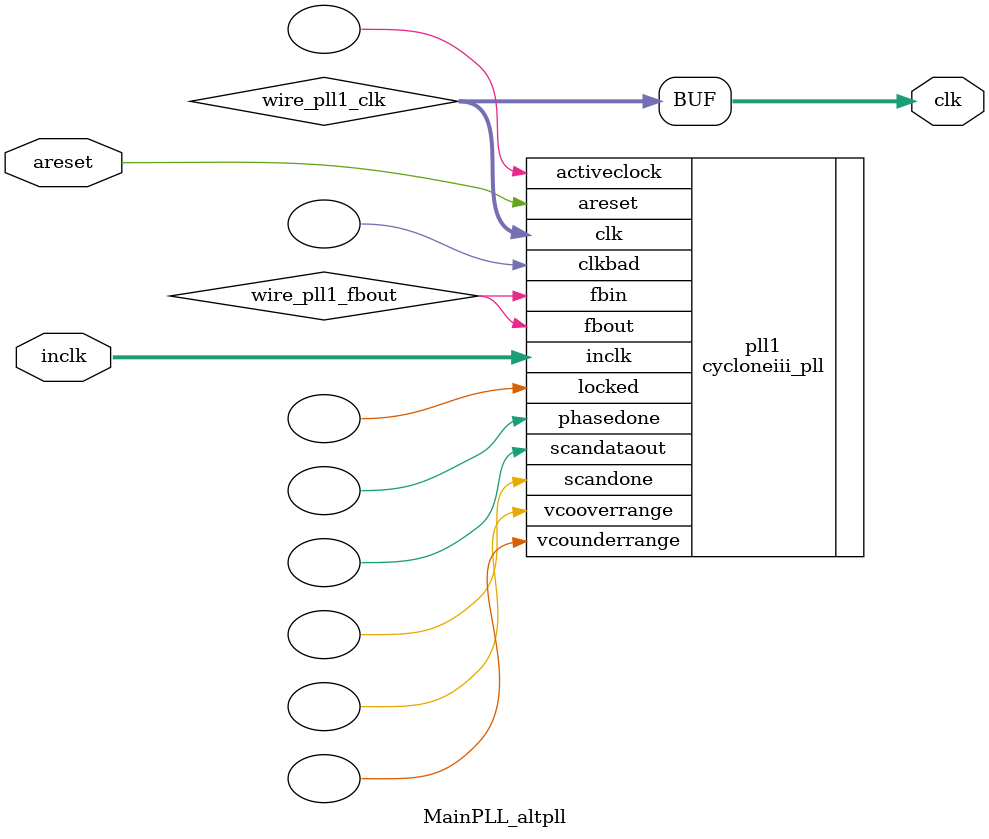
<source format=v>






//synthesis_resources = cycloneiii_pll 1 
//synopsys translate_off
`timescale 1 ps / 1 ps
//synopsys translate_on
module  MainPLL_altpll
	( 
	areset,
	clk,
	inclk) /* synthesis synthesis_clearbox=1 */;
	input   areset;
	output   [4:0]  clk;
	input   [1:0]  inclk;
`ifndef ALTERA_RESERVED_QIS
// synopsys translate_off
`endif
	tri0   areset;
	tri0   [1:0]  inclk;
`ifndef ALTERA_RESERVED_QIS
// synopsys translate_on
`endif

	wire  [4:0]   wire_pll1_clk;
	wire  wire_pll1_fbout;

	cycloneiii_pll   pll1
	( 
	.activeclock(),
	.areset(areset),
	.clk(wire_pll1_clk),
	.clkbad(),
	.fbin(wire_pll1_fbout),
	.fbout(wire_pll1_fbout),
	.inclk(inclk),
	.locked(),
	.phasedone(),
	.scandataout(),
	.scandone(),
	.vcooverrange(),
	.vcounderrange()
	`ifndef FORMAL_VERIFICATION
	// synopsys translate_off
	`endif
	,
	.clkswitch(1'b0),
	.configupdate(1'b0),
	.pfdena(1'b1),
	.phasecounterselect({3{1'b0}}),
	.phasestep(1'b0),
	.phaseupdown(1'b0),
	.scanclk(1'b0),
	.scanclkena(1'b1),
	.scandata(1'b0)
	`ifndef FORMAL_VERIFICATION
	// synopsys translate_on
	`endif
	);
	defparam
		pll1.bandwidth_type = "auto",
		pll1.clk0_divide_by = 1,
		pll1.clk0_duty_cycle = 50,
		pll1.clk0_multiply_by = 2,
		pll1.clk0_phase_shift = "0",
		pll1.compensate_clock = "clk0",
		pll1.inclk0_input_frequency = 20000,
		pll1.operation_mode = "normal",
		pll1.pll_type = "auto",
		pll1.lpm_type = "cycloneiii_pll";
	assign
		clk = {wire_pll1_clk[4:0]};
endmodule //MainPLL_altpll
//VALID FILE

</source>
